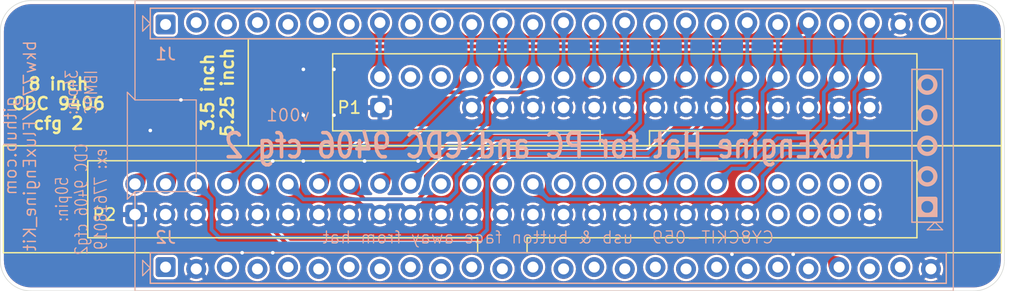
<source format=kicad_pcb>
(kicad_pcb (version 20240108) (generator "pcbnew") (generator_version "8.0")
  (title_block (title "FluxEngine_Hat for PC and CDC 9406 cfg 2") (date "2024-04-24") (rev "001") (company "Brian K. White - b.kenyon.w@gmail.com") (comment 1 "github.com/bkw777/FluxEngine_Kit"))
  (layers (0 "F.Cu" signal) (31 "B.Cu" signal) (34 "B.Paste" user) (35 "F.Paste" user) (36 "B.SilkS" user "B.Silkscreen") (37 "F.SilkS" user "F.Silkscreen") (38 "B.Mask" user) (39 "F.Mask" user) (44 "Edge.Cuts" user))
  (net 0 "")
  (net 1 "GND")
  (net 4 "/SIDE")
  (net 5 "/~{DSB}")
  (net 6 "/~{REDWC}")
  (net 7 "/~{TRK0}")
  (net 8 "/~{MOTB}")
  (net 9 "/~{WGATE}")
  (net 10 "/~{INDEX}")
  (net 11 "/~{WPROT}")
  (net 12 "/~{DSA}")
  (net 13 "/~{MOTA}")
  (net 14 "/~{STEP}")
  (net 15 "/DIR")
  (net 56 "/~{DSKCHG}")
  (net 60 "/~{WDATA}")
  (net 61 "/~{RDATA}")
  (net 63 "/~{TG43}")
  (footprint "000_LOCAL:IDC-Header_2x17_P2.54mm_Latch_Vertical - FDD" (layer "F.Cu") (at 133.985 93.345 90)
    (property "Reference" "P1" (at 0 -2.54 0) (layer "F.SilkS"))
    (property "Value" "FDD_IBMPC_host")
    (fp_line (start 5.715 -10.922) (end 5.715 51.562) (stroke (width 0.12)) (layer "F.SilkS"))
    (fp_line (start -3.175 -10.922) (end 5.715 -10.922) (stroke (width 0.12)) (layer "F.SilkS"))
    (fp_line (start 4.47 -3.92) (end 4.47 44.56) (stroke (width 0.12)) (layer "F.SilkS"))
    (fp_line (start -1.93 -3.92) (end 4.47 -3.92) (stroke (width 0.12)) (layer "F.SilkS"))
    (fp_line (start -1.93 18.27) (end -1.93 -3.92) (stroke (width 0.12)) (layer "F.SilkS"))
    (fp_line (start -3.175 18.27) (end -1.93 18.27) (stroke (width 0.12)) (layer "F.SilkS"))
    (fp_line (start -1.93 22.37) (end -1.93 22.37) (stroke (width 0.12)) (layer "F.SilkS"))
    (fp_line (start -1.93 22.37) (end -3.175 22.37) (stroke (width 0.12)) (layer "F.SilkS"))
    (fp_line (start 4.47 44.56) (end -1.93 44.56) (stroke (width 0.12)) (layer "F.SilkS"))
    (fp_line (start -1.93 44.56) (end -1.93 22.37) (stroke (width 0.12)) (layer "F.SilkS"))
    (fp_line (start 5.715 51.562) (end -3.175 51.562) (stroke (width 0.12)) (layer "F.SilkS"))
    (fp_line (start -3.175 51.562) (end -3.175 -10.922) (stroke (width 0.12)) (layer "F.SilkS"))
    (pad "1" thru_hole roundrect (at 0 0 90) (size 1.6 1.6) (drill 0.95) (layers "*.Cu" "*.Mask") (roundrect_rratio 0.15625) (net 1 "GND"))
    (pad "2" thru_hole circle (at 2.54 0 90) (size 1.6 1.6) (drill 0.95) (layers "*.Cu" "*.Mask") (net 6 "/~{REDWC}"))
    (pad "4" thru_hole circle (at 2.54 2.54 90) (size 1.6 1.6) (drill 0.95) (layers "*.Cu" "*.Mask"))
    (pad "6" thru_hole circle (at 2.54 5.08 90) (size 1.6 1.6) (drill 0.95) (layers "*.Cu" "*.Mask"))
    (pad "7" thru_hole circle (at 0 7.62 90) (size 1.6 1.6) (drill 0.95) (layers "*.Cu" "*.Mask") (net 1 "GND"))
    (pad "8" thru_hole circle (at 2.54 7.62 90) (size 1.6 1.6) (drill 0.95) (layers "*.Cu" "*.Mask") (net 10 "/~{INDEX}"))
    (pad "9" thru_hole circle (at 0 10.16 90) (size 1.6 1.6) (drill 0.95) (layers "*.Cu" "*.Mask") (net 1 "GND"))
    (pad "10" thru_hole circle (at 2.54 10.16 90) (size 1.6 1.6) (drill 0.95) (layers "*.Cu" "*.Mask") (net 8 "/~{MOTB}"))
    (pad "11" thru_hole circle (at 0 12.7 90) (size 1.6 1.6) (drill 0.95) (layers "*.Cu" "*.Mask") (net 1 "GND"))
    (pad "12" thru_hole circle (at 2.54 12.7 90) (size 1.6 1.6) (drill 0.95) (layers "*.Cu" "*.Mask") (net 12 "/~{DSA}"))
    (pad "13" thru_hole circle (at 0 15.24 90) (size 1.6 1.6) (drill 0.95) (layers "*.Cu" "*.Mask") (net 1 "GND"))
    (pad "14" thru_hole circle (at 2.54 15.24 90) (size 1.6 1.6) (drill 0.95) (layers "*.Cu" "*.Mask") (net 5 "/~{DSB}"))
    (pad "15" thru_hole circle (at 0 17.78 90) (size 1.6 1.6) (drill 0.95) (layers "*.Cu" "*.Mask") (net 1 "GND"))
    (pad "16" thru_hole circle (at 2.54 17.78 90) (size 1.6 1.6) (drill 0.95) (layers "*.Cu" "*.Mask") (net 13 "/~{MOTA}"))
    (pad "17" thru_hole circle (at 0 20.32 90) (size 1.6 1.6) (drill 0.95) (layers "*.Cu" "*.Mask") (net 1 "GND"))
    (pad "18" thru_hole circle (at 2.54 20.32 90) (size 1.6 1.6) (drill 0.95) (layers "*.Cu" "*.Mask") (net 15 "/DIR"))
    (pad "19" thru_hole circle (at 0 22.86 90) (size 1.6 1.6) (drill 0.95) (layers "*.Cu" "*.Mask") (net 1 "GND"))
    (pad "20" thru_hole circle (at 2.54 22.86 90) (size 1.6 1.6) (drill 0.95) (layers "*.Cu" "*.Mask") (net 14 "/~{STEP}"))
    (pad "21" thru_hole circle (at 0 25.4 90) (size 1.6 1.6) (drill 0.95) (layers "*.Cu" "*.Mask") (net 1 "GND"))
    (pad "22" thru_hole circle (at 2.54 25.4 90) (size 1.6 1.6) (drill 0.95) (layers "*.Cu" "*.Mask") (net 60 "/~{WDATA}"))
    (pad "23" thru_hole circle (at 0 27.94 90) (size 1.6 1.6) (drill 0.95) (layers "*.Cu" "*.Mask") (net 1 "GND"))
    (pad "24" thru_hole circle (at 2.54 27.94 90) (size 1.6 1.6) (drill 0.95) (layers "*.Cu" "*.Mask") (net 9 "/~{WGATE}"))
    (pad "25" thru_hole circle (at 0 30.48 90) (size 1.6 1.6) (drill 0.95) (layers "*.Cu" "*.Mask") (net 1 "GND"))
    (pad "26" thru_hole circle (at 2.54 30.48 90) (size 1.6 1.6) (drill 0.95) (layers "*.Cu" "*.Mask") (net 7 "/~{TRK0}"))
    (pad "27" thru_hole circle (at 0 33.02 90) (size 1.6 1.6) (drill 0.95) (layers "*.Cu" "*.Mask") (net 1 "GND"))
    (pad "28" thru_hole circle (at 2.54 33.02 90) (size 1.6 1.6) (drill 0.95) (layers "*.Cu" "*.Mask") (net 11 "/~{WPROT}"))
    (pad "29" thru_hole circle (at 0 35.56 90) (size 1.6 1.6) (drill 0.95) (layers "*.Cu" "*.Mask") (net 1 "GND"))
    (pad "30" thru_hole circle (at 2.54 35.56 90) (size 1.6 1.6) (drill 0.95) (layers "*.Cu" "*.Mask") (net 61 "/~{RDATA}"))
    (pad "31" thru_hole circle (at 0 38.1 90) (size 1.6 1.6) (drill 0.95) (layers "*.Cu" "*.Mask") (net 1 "GND"))
    (pad "32" thru_hole circle (at 2.54 38.1 90) (size 1.6 1.6) (drill 0.95) (layers "*.Cu" "*.Mask") (net 4 "/SIDE"))
    (pad "33" thru_hole circle (at 0 40.64 90) (size 1.6 1.6) (drill 0.95) (layers "*.Cu" "*.Mask") (net 1 "GND"))
    (pad "34" thru_hole circle (at 2.54 40.64 90) (size 1.6 1.6) (drill 0.95) (layers "*.Cu" "*.Mask") (net 56 "/~{DSKCHG}"))
  )
  (footprint "000_LOCAL:IDC-Header_2x25_P2.54mm_Latch_Vertical" (layer "F.Cu") (at 113.665001 102.235001 90)
    (property "Reference" "P2" (at 0 -2.54 0) (layer "F.SilkS"))
    (property "Value" "CDC_9406_type_2")
    (fp_line (start 5.715 -10.922) (end 5.715 71.882) (stroke (width 0.12)) (layer "F.SilkS"))
    (fp_line (start -3.175 -10.922) (end 5.715 -10.922) (stroke (width 0.12)) (layer "F.SilkS"))
    (fp_line (start 4.47 -3.92) (end 4.47 64.88) (stroke (width 0.12)) (layer "F.SilkS"))
    (fp_line (start -1.930001 -3.92) (end 4.47 -3.92) (stroke (width 0.12)) (layer "F.SilkS"))
    (fp_line (start -1.93 28.43) (end -1.930001 -3.92) (stroke (width 0.12)) (layer "F.SilkS"))
    (fp_line (start -3.175 28.43) (end -1.93 28.43) (stroke (width 0.12)) (layer "F.SilkS"))
    (fp_line (start -1.93 32.530001) (end -1.93 32.530001) (stroke (width 0.12)) (layer "F.SilkS"))
    (fp_line (start -1.93 32.530001) (end -3.175 32.530001) (stroke (width 0.12)) (layer "F.SilkS"))
    (fp_line (start 4.47 64.88) (end -1.93 64.88) (stroke (width 0.12)) (layer "F.SilkS"))
    (fp_line (start -1.93 64.88) (end -1.93 32.530001) (stroke (width 0.12)) (layer "F.SilkS"))
    (fp_line (start 5.715 71.882) (end -3.175 71.882001) (stroke (width 0.12)) (layer "F.SilkS"))
    (fp_line (start -3.175 71.882001) (end -3.175 -10.922) (stroke (width 0.12)) (layer "F.SilkS"))
    (pad "1" thru_hole roundrect (at 0 0 90) (size 1.6 1.6) (drill 0.95) (layers "*.Cu" "*.Mask") (roundrect_rratio 0.15625) (net 1 "GND"))
    (pad "2" thru_hole circle (at 2.54 0 90) (size 1.6 1.6) (drill 0.95) (layers "*.Cu" "*.Mask") (net 61 "/~{RDATA}"))
    (pad "3" thru_hole circle (at 0 2.54 90) (size 1.6 1.6) (drill 0.95) (layers "*.Cu" "*.Mask") (net 1 "GND"))
    (pad "4" thru_hole circle (at 2.54 2.54 90) (size 1.6 1.6) (drill 0.95) (layers "*.Cu" "*.Mask") (net 13 "/~{MOTA}"))
    (pad "5" thru_hole circle (at 0 5.079999 90) (size 1.6 1.6) (drill 0.95) (layers "*.Cu" "*.Mask") (net 1 "GND"))
    (pad "6" thru_hole circle (at 2.54 5.08 90) (size 1.6 1.6) (drill 0.95) (layers "*.Cu" "*.Mask") (net 7 "/~{TRK0}"))
    (pad "7" thru_hole circle (at 0 7.62 90) (size 1.6 1.6) (drill 0.95) (layers "*.Cu" "*.Mask") (net 1 "GND"))
    (pad "8" thru_hole circle (at 2.54 7.62 90) (size 1.6 1.6) (drill 0.95) (layers "*.Cu" "*.Mask") (net 10 "/~{INDEX}"))
    (pad "9" thru_hole circle (at 0 10.16 90) (size 1.6 1.6) (drill 0.95) (layers "*.Cu" "*.Mask") (net 1 "GND"))
    (pad "10" thru_hole circle (at 2.54 10.16 90) (size 1.6 1.6) (drill 0.95) (layers "*.Cu" "*.Mask") (net 63 "/~{TG43}"))
    (pad "11" thru_hole circle (at 0 12.7 90) (size 1.6 1.6) (drill 0.95) (layers "*.Cu" "*.Mask") (net 1 "GND"))
    (pad "12" thru_hole circle (at 2.54 12.7 90) (size 1.6 1.6) (drill 0.95) (layers "*.Cu" "*.Mask") (net 14 "/~{STEP}"))
    (pad "13" thru_hole circle (at 0 15.24 90) (size 1.6 1.6) (drill 0.95) (layers "*.Cu" "*.Mask") (net 1 "GND"))
    (pad "14" thru_hole circle (at 2.54 15.24 90) (size 1.6 1.6) (drill 0.95) (layers "*.Cu" "*.Mask") (net 15 "/DIR"))
    (pad "15" thru_hole circle (at 0 17.780001 90) (size 1.6 1.6) (drill 0.95) (layers "*.Cu" "*.Mask") (net 1 "GND"))
    (pad "16" thru_hole circle (at 2.54 17.78 90) (size 1.6 1.6) (drill 0.95) (layers "*.Cu" "*.Mask") (net 9 "/~{WGATE}"))
    (pad "17" thru_hole circle (at 0 20.32 90) (size 1.6 1.6) (drill 0.95) (layers "*.Cu" "*.Mask") (net 1 "GND"))
    (pad "18" thru_hole circle (at 2.54 20.32 90) (size 1.6 1.6) (drill 0.95) (layers "*.Cu" "*.Mask") (net 60 "/~{WDATA}"))
    (pad "19" thru_hole circle (at 0 22.86 90) (size 1.6 1.6) (drill 0.95) (layers "*.Cu" "*.Mask") (net 1 "GND"))
    (pad "20" thru_hole circle (at 2.54 22.86 90) (size 1.6 1.6) (drill 0.95) (layers "*.Cu" "*.Mask") (net 12 "/~{DSA}"))
    (pad "21" thru_hole circle (at 0 25.4 90) (size 1.6 1.6) (drill 0.95) (layers "*.Cu" "*.Mask") (net 1 "GND"))
    (pad "22" thru_hole circle (at 2.54 25.4 90) (size 1.6 1.6) (drill 0.95) (layers "*.Cu" "*.Mask"))
    (pad "23" thru_hole circle (at 0 27.939999 90) (size 1.6 1.6) (drill 0.95) (layers "*.Cu" "*.Mask") (net 1 "GND"))
    (pad "24" thru_hole circle (at 2.54 27.94 90) (size 1.6 1.6) (drill 0.95) (layers "*.Cu" "*.Mask"))
    (pad "25" thru_hole circle (at 0 30.48 90) (size 1.6 1.6) (drill 0.95) (layers "*.Cu" "*.Mask") (net 1 "GND"))
    (pad "26" thru_hole circle (at 2.54 30.48 90) (size 1.6 1.6) (drill 0.95) (layers "*.Cu" "*.Mask"))
    (pad "27" thru_hole circle (at 0 33.02 90) (size 1.6 1.6) (drill 0.95) (layers "*.Cu" "*.Mask") (net 1 "GND"))
    (pad "28" thru_hole circle (at 2.54 33.02 90) (size 1.6 1.6) (drill 0.95) (layers "*.Cu" "*.Mask") (net 56 "/~{DSKCHG}"))
    (pad "29" thru_hole circle (at 0 35.56 90) (size 1.6 1.6) (drill 0.95) (layers "*.Cu" "*.Mask") (net 1 "GND"))
    (pad "30" thru_hole circle (at 2.54 35.56 90) (size 1.6 1.6) (drill 0.95) (layers "*.Cu" "*.Mask"))
    (pad "31" thru_hole circle (at 0 38.099999 90) (size 1.6 1.6) (drill 0.95) (layers "*.Cu" "*.Mask") (net 1 "GND"))
    (pad "32" thru_hole circle (at 2.54 38.1 90) (size 1.6 1.6) (drill 0.95) (layers "*.Cu" "*.Mask"))
    (pad "33" thru_hole circle (at 0 40.640001 90) (size 1.6 1.6) (drill 0.95) (layers "*.Cu" "*.Mask") (net 1 "GND"))
    (pad "34" thru_hole circle (at 2.54 40.64 90) (size 1.6 1.6) (drill 0.95) (layers "*.Cu" "*.Mask"))
    (pad "35" thru_hole circle (at 0 43.18 90) (size 1.6 1.6) (drill 0.95) (layers "*.Cu" "*.Mask") (net 1 "GND"))
    (pad "36" thru_hole circle (at 2.54 43.18 90) (size 1.6 1.6) (drill 0.95) (layers "*.Cu" "*.Mask") (net 11 "/~{WPROT}"))
    (pad "37" thru_hole circle (at 0 45.72 90) (size 1.6 1.6) (drill 0.95) (layers "*.Cu" "*.Mask") (net 1 "GND"))
    (pad "38" thru_hole circle (at 2.54 45.72 90) (size 1.6 1.6) (drill 0.95) (layers "*.Cu" "*.Mask"))
    (pad "39" thru_hole circle (at 0 48.26 90) (size 1.6 1.6) (drill 0.95) (layers "*.Cu" "*.Mask") (net 1 "GND"))
    (pad "40" thru_hole circle (at 2.54 48.26 90) (size 1.6 1.6) (drill 0.95) (layers "*.Cu" "*.Mask") (net 4 "/SIDE"))
    (pad "41" thru_hole circle (at 0 50.799999 90) (size 1.6 1.6) (drill 0.95) (layers "*.Cu" "*.Mask") (net 1 "GND"))
    (pad "42" thru_hole circle (at 2.54 50.8 90) (size 1.6 1.6) (drill 0.95) (layers "*.Cu" "*.Mask"))
    (pad "43" thru_hole circle (at 0 53.34 90) (size 1.6 1.6) (drill 0.95) (layers "*.Cu" "*.Mask"))
    (pad "44" thru_hole circle (at 2.54 53.34 90) (size 1.6 1.6) (drill 0.95) (layers "*.Cu" "*.Mask"))
    (pad "45" thru_hole circle (at 0 55.88 90) (size 1.6 1.6) (drill 0.95) (layers "*.Cu" "*.Mask"))
    (pad "46" thru_hole circle (at 2.54 55.88 90) (size 1.6 1.6) (drill 0.95) (layers "*.Cu" "*.Mask"))
    (pad "47" thru_hole circle (at 0 58.42 90) (size 1.6 1.6) (drill 0.95) (layers "*.Cu" "*.Mask"))
    (pad "48" thru_hole circle (at 2.54 58.42 90) (size 1.6 1.6) (drill 0.95) (layers "*.Cu" "*.Mask"))
    (pad "49" thru_hole circle (at 0 60.959999 90) (size 1.6 1.6) (drill 0.95) (layers "*.Cu" "*.Mask") (net 1 "GND"))
    (pad "50" thru_hole circle (at 2.54 60.96 90) (size 1.6 1.6) (drill 0.95) (layers "*.Cu" "*.Mask"))
  )
  (footprint "000_LOCAL:CY8CKIT-059 dry fit" (layer "B.Cu") (at 116.205001 86.359999 -90)
    (property "Reference" "J1" (hide yes))
    (property "Value" "CY8CKIT-059")
    (fp_line (start 14.605 3.175) (end 5.715 3.175) (stroke (width 0.1)) (layer "B.SilkS"))
    (fp_line (start 6.35 2.54) (end 5.715 3.175) (stroke (width 0.1)) (layer "B.SilkS"))
    (fp_line (start 6.35 2.54) (end -1.905 2.54) (stroke (width 0.1)) (layer "B.SilkS"))
    (fp_line (start 6.35 2.54) (end 6.35 -2.54) (stroke (width 0.1)) (layer "B.SilkS"))
    (fp_line (start 13.97 2.54) (end 14.605 3.175) (stroke (width 0.1)) (layer "B.SilkS"))
    (fp_line (start 22.225 2.54) (end 13.97 2.54) (stroke (width 0.1)) (layer "B.SilkS"))
    (fp_line (start 22.225 2.54) (end 22.225 -65.3542) (stroke (width 0.1)) (layer "B.SilkS"))
    (fp_line (start -0.635 1.905) (end 0 1.27) (stroke (width 0.1)) (layer "B.SilkS"))
    (fp_line (start 0.635 1.905) (end -0.635 1.905) (stroke (width 0.1)) (layer "B.SilkS"))
    (fp_line (start 19.685 1.905) (end 20.32 1.27) (stroke (width 0.1)) (layer "B.SilkS"))
    (fp_line (start 20.955 1.905) (end 19.685 1.905) (stroke (width 0.1)) (layer "B.SilkS"))
    (fp_line (start 0 1.27) (end 0.635 1.905) (stroke (width 0.1)) (layer "B.SilkS"))
    (fp_line (start 1.27 1.27) (end -1.27 1.27) (stroke (width 0.12)) (layer "B.SilkS"))
    (fp_line (start 20.32 1.27) (end 20.955 1.905) (stroke (width 0.1)) (layer "B.SilkS"))
    (fp_line (start 21.59 1.27) (end 19.05 1.27) (stroke (width 0.12)) (layer "B.SilkS"))
    (fp_line (start 6.35 -2.54) (end 13.97 -2.54) (stroke (width 0.1)) (layer "B.SilkS"))
    (fp_line (start 13.97 -2.54) (end 13.97 2.54) (stroke (width 0.1)) (layer "B.SilkS"))
    (fp_line (start 3.809998 -61.9252) (end 16.509999 -61.925199) (stroke (width 0.12)) (layer "B.SilkS"))
    (fp_line (start 17.145 -63.1952) (end 16.51 -63.8302) (stroke (width 0.1)) (layer "B.SilkS"))
    (fp_line (start 16.51 -63.8302) (end 17.145 -64.4652) (stroke (width 0.1)) (layer "B.SilkS"))
    (fp_line (start 3.809998 -64.4652) (end 3.809998 -61.9252) (stroke (width 0.12)) (layer "B.SilkS"))
    (fp_line (start 3.809998 -64.4652) (end 16.509999 -64.465201) (stroke (width 0.12)) (layer "B.SilkS"))
    (fp_line (start 17.145 -64.4652) (end 17.145 -63.1952) (stroke (width 0.1)) (layer "B.SilkS"))
    (fp_line (start 16.509999 -64.465201) (end 16.509999 -61.925199) (stroke (width 0.12)) (layer "B.SilkS"))
    (fp_line (start -1.27 -64.77) (end -1.27 1.27) (stroke (width 0.12)) (layer "B.SilkS"))
    (fp_line (start 1.27 -64.77) (end 1.27 1.27) (stroke (width 0.12)) (layer "B.SilkS"))
    (fp_line (start 1.27 -64.77) (end -1.27 -64.77) (stroke (width 0.12)) (layer "B.SilkS"))
    (fp_line (start 19.05 -64.77) (end 19.05 1.27) (stroke (width 0.12)) (layer "B.SilkS"))
    (fp_line (start 21.59 -64.77) (end 21.59 1.27) (stroke (width 0.12)) (layer "B.SilkS"))
    (fp_line (start 21.59 -64.77) (end 19.05 -64.77) (stroke (width 0.12)) (layer "B.SilkS"))
    (fp_line (start -1.905 -65.3542) (end -1.905 2.54) (stroke (width 0.1)) (layer "B.SilkS"))
    (fp_line (start 22.225 -65.3542) (end -1.905 -65.3542) (stroke (width 0.1)) (layer "B.SilkS"))
    (fp_rect (start 15.9131 -63.8683) (end 14.5669 -62.5221) (stroke (width 0.35052)) (fill none) (layer "B.SilkS"))
    (fp_circle (center 5.08 -63.1952) (end 5.7531 -63.1952) (stroke (width 0.35052)) (fill none) (layer "B.SilkS"))
    (fp_circle (center 7.62 -63.1952) (end 8.2931 -63.1952) (stroke (width 0.35052)) (fill none) (layer "B.SilkS"))
    (fp_circle (center 10.16 -63.1952) (end 10.8331 -63.1952) (stroke (width 0.35052)) (fill none) (layer "B.SilkS"))
    (fp_circle (center 12.7 -63.1952) (end 13.3731 -63.1952) (stroke (width 0.35052)) (fill none) (layer "B.SilkS"))
    (fp_circle (center 15.24 -63.1952) (end 15.9131 -63.1952) (stroke (width 0.35052)) (fill none) (layer "B.SilkS"))
    (fp_text user "J2" (at 17.78 0 0) (layer "B.SilkS") (effects (justify mirror)))
    (fp_text user "J1" (at 2.54 0 0) (layer "B.SilkS") (effects (justify mirror)))
    (pad "J1_1" thru_hole roundrect (at 0.0762 0 270) (size 1.651 1.651) (drill 0.9144) (layers "*.Cu" "*.Mask") (roundrect_rratio 0.1514233798))
    (pad "J1_2" thru_hole circle (at -0.0762 -2.54 270) (size 1.651 1.651) (drill 0.9144) (layers "*.Cu" "*.Mask"))
    (pad "J1_3" thru_hole circle (at 0.0762 -5.08 270) (size 1.651 1.651) (drill 0.9144) (layers "*.Cu" "*.Mask"))
    (pad "J1_4" thru_hole circle (at -0.0762 -7.62 270) (size 1.651 1.651) (drill 0.9144) (layers "*.Cu" "*.Mask"))
    (pad "J1_5" thru_hole circle (at 0.0762 -10.16 270) (size 1.651 1.651) (drill 0.9144) (layers "*.Cu" "*.Mask"))
    (pad "J1_6" thru_hole circle (at -0.0762 -12.7 270) (size 1.651 1.651) (drill 0.9144) (layers "*.Cu" "*.Mask"))
    (pad "J1_7" thru_hole circle (at 0.0762 -15.24 270) (size 1.651 1.651) (drill 0.9144) (layers "*.Cu" "*.Mask"))
    (pad "J1_8" thru_hole circle (at -0.0762 -17.78 270) (size 1.651 1.651) (drill 0.9144) (layers "*.Cu" "*.Mask") (net 6 "/~{REDWC}"))
    (pad "J1_9" thru_hole circle (at 0.0762 -20.32 270) (size 1.651 1.651) (drill 0.9144) (layers "*.Cu" "*.Mask"))
    (pad "J1_10" thru_hole circle (at -0.0762 -22.86 270) (size 1.651 1.651) (drill 0.9144) (layers "*.Cu" "*.Mask"))
    (pad "J1_11" thru_hole circle (at 0.0762 -25.4 270) (size 1.651 1.651) (drill 0.9144) (layers "*.Cu" "*.Mask") (net 10 "/~{INDEX}"))
    (pad "J1_12" thru_hole circle (at -0.0762 -27.94 270) (size 1.651 1.651) (drill 0.9144) (layers "*.Cu" "*.Mask") (net 8 "/~{MOTB}"))
    (pad "J1_13" thru_hole circle (at 0.0762 -30.48 270) (size 1.651 1.651) (drill 0.9144) (layers "*.Cu" "*.Mask") (net 12 "/~{DSA}"))
    (pad "J1_14" thru_hole circle (at -0.0762 -33.02 270) (size 1.651 1.651) (drill 0.9144) (layers "*.Cu" "*.Mask") (net 5 "/~{DSB}"))
    (pad "J1_15" thru_hole circle (at 0.0762 -35.56 270) (size 1.651 1.651) (drill 0.9144) (layers "*.Cu" "*.Mask") (net 13 "/~{MOTA}"))
    (pad "J1_16" thru_hole circle (at -0.0762 -38.1 270) (size 1.651 1.651) (drill 0.9144) (layers "*.Cu" "*.Mask") (net 15 "/DIR"))
    (pad "J1_17" thru_hole circle (at 0.0762 -40.64 270) (size 1.651 1.651) (drill 0.9144) (layers "*.Cu" "*.Mask") (net 14 "/~{STEP}"))
    (pad "J1_18" thru_hole circle (at -0.0762 -43.18 270) (size 1.651 1.651) (drill 0.9144) (layers "*.Cu" "*.Mask") (net 60 "/~{WDATA}"))
    (pad "J1_19" thru_hole circle (at 0.0762 -45.72 270) (size 1.651 1.651) (drill 0.9144) (layers "*.Cu" "*.Mask") (net 9 "/~{WGATE}"))
    (pad "J1_20" thru_hole circle (at -0.0762 -48.26 270) (size 1.651 1.651) (drill 0.9144) (layers "*.Cu" "*.Mask") (net 7 "/~{TRK0}"))
    (pad "J1_21" thru_hole circle (at 0.0762 -50.8 270) (size 1.651 1.651) (drill 0.9144) (layers "*.Cu" "*.Mask") (net 11 "/~{WPROT}"))
    (pad "J1_22" thru_hole circle (at -0.0762 -53.34 270) (size 1.651 1.651) (drill 0.9144) (layers "*.Cu" "*.Mask") (net 61 "/~{RDATA}"))
    (pad "J1_23" thru_hole circle (at 0.0762 -55.88 270) (size 1.651 1.651) (drill 0.9144) (layers "*.Cu" "*.Mask") (net 4 "/SIDE"))
    (pad "J1_24" thru_hole circle (at -0.0762 -58.42 270) (size 1.651 1.651) (drill 0.9144) (layers "*.Cu" "*.Mask") (net 56 "/~{DSKCHG}"))
    (pad "J1_25" thru_hole circle (at 0.0762 -60.96 270) (size 1.651 1.651) (drill 0.9144) (layers "*.Cu" "*.Mask") (net 1 "GND"))
    (pad "J1_26" thru_hole circle (at -0.0762 -63.5 270) (size 1.651 1.651) (drill 0.9144) (layers "*.Cu" "*.Mask"))
    (pad "J2_1" thru_hole roundrect (at 20.2438 0 270) (size 1.651 1.651) (drill 0.9144) (layers "*.Cu" "*.Mask") (roundrect_rratio 0.1514233798))
    (pad "J2_2" thru_hole circle (at 20.3962 -2.54 270) (size 1.651 1.651) (drill 0.9144) (layers "*.Cu" "*.Mask") (net 1 "GND"))
    (pad "J2_3" thru_hole circle (at 20.2438 -5.08 270) (size 1.651 1.651) (drill 0.9144) (layers "*.Cu" "*.Mask"))
    (pad "J2_4" thru_hole circle (at 20.3962 -7.62 270) (size 1.651 1.651) (drill 0.9144) (layers "*.Cu" "*.Mask"))
    (pad "J2_5" thru_hole circle (at 20.2438 -10.16 270) (size 1.651 1.651) (drill 0.9144) (layers "*.Cu" "*.Mask"))
    (pad "J2_6" thru_hole circle (at 20.3962 -12.7 270) (size 1.651 1.651) (drill 0.9144) (layers "*.Cu" "*.Mask"))
    (pad "J2_7" thru_hole circle (at 20.2438 -15.24 270) (size 1.651 1.651) (drill 0.9144) (layers "*.Cu" "*.Mask"))
    (pad "J2_8" thru_hole circle (at 20.3962 -17.78 270) (size 1.651 1.651) (drill 0.9144) (layers "*.Cu" "*.Mask"))
    (pad "J2_9" thru_hole circle (at 20.2438 -20.32 270) (size 1.651 1.651) (drill 0.9144) (layers "*.Cu" "*.Mask"))
    (pad "J2_10" thru_hole circle (at 20.3962 -22.86 270) (size 1.651 1.651) (drill 0.9144) (layers "*.Cu" "*.Mask"))
    (pad "J2_11" thru_hole circle (at 20.2438 -25.4 270) (size 1.651 1.651) (drill 0.9144) (layers "*.Cu" "*.Mask"))
    (pad "J2_12" thru_hole circle (at 20.3962 -27.94 270) (size 1.651 1.651) (drill 0.9144) (layers "*.Cu" "*.Mask"))
    (pad "J2_13" thru_hole circle (at 20.2438 -30.48 270) (size 1.651 1.651) (drill 0.9144) (layers "*.Cu" "*.Mask"))
    (pad "J2_14" thru_hole circle (at 20.3962 -33.02 270) (size 1.651 1.651) (drill 0.9144) (layers "*.Cu" "*.Mask"))
    (pad "J2_15" thru_hole circle (at 20.2438 -35.56 270) (size 1.651 1.651) (drill 0.9144) (layers "*.Cu" "*.Mask"))
    (pad "J2_16" thru_hole circle (at 20.3962 -38.1 270) (size 1.651 1.651) (drill 0.9144) (layers "*.Cu" "*.Mask"))
    (pad "J2_17" thru_hole circle (at 20.2438 -40.64 270) (size 1.651 1.651) (drill 0.9144) (layers "*.Cu" "*.Mask"))
    (pad "J2_18" thru_hole circle (at 20.3962 -43.18 270) (size 1.651 1.651) (drill 0.9144) (layers "*.Cu" "*.Mask"))
    (pad "J2_19" thru_hole circle (at 20.2438 -45.72 270) (size 1.651 1.651) (drill 0.9144) (layers "*.Cu" "*.Mask"))
    (pad "J2_20" thru_hole circle (at 20.3962 -48.26 270) (size 1.651 1.651) (drill 0.9144) (layers "*.Cu" "*.Mask"))
    (pad "J2_21" thru_hole circle (at 20.2438 -50.8 270) (size 1.651 1.651) (drill 0.9144) (layers "*.Cu" "*.Mask"))
    (pad "J2_22" thru_hole circle (at 20.3962 -53.34 270) (size 1.651 1.651) (drill 0.9144) (layers "*.Cu" "*.Mask"))
    (pad "J2_23" thru_hole circle (at 20.2438 -55.88 270) (size 1.651 1.651) (drill 0.9144) (layers "*.Cu" "*.Mask") (net 63 "/~{TG43}"))
    (pad "J2_24" thru_hole circle (at 20.3962 -58.42 270) (size 1.651 1.651) (drill 0.9144) (layers "*.Cu" "*.Mask"))
    (pad "J2_25" thru_hole circle (at 20.2438 -60.96 270) (size 1.651 1.651) (drill 0.9144) (layers "*.Cu" "*.Mask"))
    (pad "J2_26" thru_hole circle (at 20.3962 -63.5 270) (size 1.651 1.651) (drill 0.9144) (layers "*.Cu" "*.Mask") (net 1 "GND"))
  )
  (gr_arc (start 183.261 84.455001) (mid 185.057051 85.198949) (end 185.801 86.995) (stroke (width 0.05)) (layer "Edge.Cuts"))
  (gr_arc (start 102.489 86.995) (mid 103.232949 85.198948) (end 105.029001 84.454999) (stroke (width 0.05)) (layer "Edge.Cuts"))
  (gr_arc (start 185.801 106.045) (mid 185.057051 107.841051) (end 183.261 108.585) (stroke (width 0.05)) (layer "Edge.Cuts"))
  (gr_line (start 102.489 86.995) (end 102.489 106.045) (stroke (width 0.05)) (layer "Edge.Cuts"))
  (gr_line (start 183.261 84.455001) (end 105.029001 84.454999) (stroke (width 0.05)) (layer "Edge.Cuts"))
  (gr_line (start 185.801 106.045) (end 185.801 86.995) (stroke (width 0.05)) (layer "Edge.Cuts"))
  (gr_line (start 105.029 108.584999) (end 183.261 108.585) (stroke (width 0.05)) (layer "Edge.Cuts"))
  (gr_arc (start 105.029 108.584999) (mid 103.232949 107.841051) (end 102.489 106.045) (stroke (width 0.05)) (layer "Edge.Cuts"))
  (gr_text "${TITLE}" (at 147.955001 96.52 0) (layer "B.SilkS") (effects (font (size 2 1.6) (thickness 0.3)) (justify mirror)))
  (gr_text "50pin:\nCDC 9406 cfg2\nex: 77618019" (at 109.220001 100.964999 90) (layer "B.SilkS") (effects (font (size 1 0.8) (thickness 0.1)) (justify mirror)))
  (gr_text "github.com\nbkw777/FluxEngine_Kit" (at 104.140001 96.519999 90) (layer "B.SilkS") (effects (font (size 1 1) (thickness 0.12)) (justify mirror)))
  (gr_text "v${REVISION}" (at 126.365001 93.979999 0) (layer "B.SilkS") (effects (font (size 1 1) (thickness 0.12)) (justify mirror)))
  (gr_text "34pin:\nIBMPC" (at 109.220001 92.074999 90) (layer "B.SilkS") (effects (font (size 1 0.8) (thickness 0.1)) (justify mirror)))
  (gr_text "CY8CKIT-059  usb & button face away from hat" (at 147.955001 104.139999 0) (layer "B.SilkS") (effects (font (size 1 1) (thickness 0.1)) (justify mirror)))
  (gr_text "8 inch\nCDC 9406\ncfg 2" (at 107.315001 95.249999 0) (layer "F.SilkS") (effects (font (size 1.016 1.016) (thickness 0.2032) (bold yes)) (justify bottom)))
  (gr_text "3.5 inch\n5.25 inch" (at 121.920001 92.074999 90) (layer "F.SilkS") (effects (font (size 1.016 1.016) (thickness 0.2032) (bold yes)) (justify bottom)))
  (via (at 168.275001 105.536999) (size 0.6) (drill 0.3) (layers "F.Cu" "B.Cu") (net 1))
  (via (at 117.475001 92.709999) (size 0.6) (drill 0.3) (layers "F.Cu" "B.Cu") (net 1))
  (via (at 132.715001 97.789999) (size 0.6) (drill 0.3) (layers "F.Cu" "B.Cu") (net 1))
  (via (at 127.635001 97.789999) (size 0.6) (drill 0.3) (layers "F.Cu" "B.Cu") (net 1))
  (via (at 125.095001 97.789999) (size 0.6) (drill 0.3) (layers "F.Cu" "B.Cu") (net 1))
  (via (at 130.175001 93.979999) (size 0.6) (drill 0.3) (layers "F.Cu" "B.Cu") (net 1))
  (via (at 127.635001 93.979999) (size 0.6) (drill 0.3) (layers "F.Cu" "B.Cu") (net 1))
  (via (at 114.935001 95.249999) (size 0.6) (drill 0.3) (layers "F.Cu" "B.Cu") (net 1))
  (via (at 120.015001 90.169999) (size 0.6) (drill 0.3) (layers "F.Cu" "B.Cu") (net 1))
  (via (at 130.175001 90.169999) (size 0.6) (drill 0.3) (layers "F.Cu" "B.Cu") (net 1))
  (via (at 127.635001 90.169999) (size 0.6) (drill 0.3) (layers "F.Cu" "B.Cu") (net 1))
  (via (at 137.160001 97.789999) (size 0.6) (drill 0.3) (layers "F.Cu" "B.Cu") (net 1))
  (via (at 125.095001 105.409999) (size 0.6) (drill 0.3) (layers "F.Cu" "B.Cu") (net 1))
  (via (at 163.195001 105.536999) (size 0.6) (drill 0.3) (layers "F.Cu" "B.Cu") (net 1))
  (via (at 122.555001 105.409999) (size 0.6) (drill 0.3) (layers "F.Cu" "B.Cu") (net 1))
  (segment (start 169.545001 95.884999) (end 167.005001 95.884999) (width 0.3) (layer "B.Cu") (net 4))
  (segment (start 172.085 86.4362) (end 172.085001 86.436199) (width 0.3) (layer "B.Cu") (net 4))
  (segment (start 172.085 90.805) (end 172.085 86.4362) (width 0.3) (layer "B.Cu") (net 4))
  (segment (start 170.815001 92.074999) (end 170.815001 94.614999) (width 0.3) (layer "B.Cu") (net 4))
  (segment (start 170.815001 94.614999) (end 169.545001 95.884999) (width 0.3) (layer "B.Cu") (net 4))
  (segment (start 172.085 90.805) (end 170.815001 92.074999) (width 0.3) (layer "B.Cu") (net 4))
  (segment (start 167.005001 95.884999) (end 164.465001 98.424999) (width 0.3) (layer "B.Cu") (net 4))
  (segment (start 164.465001 98.424999) (end 163.195001 98.424999) (width 0.3) (layer "B.Cu") (net 4))
  (segment (start 163.195001 98.424999) (end 161.925001 99.695001) (width 0.3) (layer "B.Cu") (net 4))
  (segment (start 149.225 86.2838) (end 149.225001 86.283799) (width 0.3) (layer "B.Cu") (net 5))
  (segment (start 149.225 90.805) (end 149.225 86.2838) (width 0.3) (layer "B.Cu") (net 5))
  (segment (start 133.985 86.2838) (end 133.985001 86.283799) (width 0.3) (layer "B.Cu") (net 6))
  (segment (start 133.985 90.805) (end 133.985 86.2838) (width 0.3) (layer "B.Cu") (net 6))
  (segment (start 120.015001 103.504999) (end 120.015001 100.965001) (width 0.3) (layer "B.Cu") (net 7))
  (segment (start 142.240001 104.139999) (end 120.650001 104.139999) (width 0.3) (layer "B.Cu") (net 7))
  (segment (start 164.465 90.805) (end 164.465 86.2838) (width 0.3) (layer "B.Cu") (net 7))
  (segment (start 158.115001 95.249999) (end 156.210001 97.154999) (width 0.3) (layer "B.Cu") (net 7))
  (segment (start 163.195001 92.074999) (end 163.195001 94.614999) (width 0.3) (layer "B.Cu") (net 7))
  (segment (start 156.210001 97.154999) (end 144.780001 97.154999) (width 0.3) (layer "B.Cu") (net 7))
  (segment (start 162.560001 95.249999) (end 158.115001 95.249999) (width 0.3) (layer "B.Cu") (net 7))
  (segment (start 163.195001 94.614999) (end 162.560001 95.249999) (width 0.3) (layer "B.Cu") (net 7))
  (segment (start 120.015001 100.965001) (end 118.745001 99.695001) (width 0.3) (layer "B.Cu") (net 7))
  (segment (start 120.650001 104.139999) (end 120.015001 103.504999) (width 0.3) (layer "B.Cu") (net 7))
  (segment (start 142.875001 99.059999) (end 142.875001 103.504999) (width 0.3) (layer "B.Cu") (net 7))
  (segment (start 164.465 90.805) (end 163.195001 92.074999) (width 0.3) (layer "B.Cu") (net 7))
  (segment (start 144.780001 97.154999) (end 142.875001 99.059999) (width 0.3) (layer "B.Cu") (net 7))
  (segment (start 164.465 86.2838) (end 164.465001 86.283799) (width 0.3) (layer "B.Cu") (net 7))
  (segment (start 142.875001 103.504999) (end 142.240001 104.139999) (width 0.3) (layer "B.Cu") (net 7))
  (segment (start 144.145 86.2838) (end 144.145001 86.283799) (width 0.3) (layer "B.Cu") (net 8))
  (segment (start 144.145 90.805) (end 144.145 86.2838) (width 0.3) (layer "B.Cu") (net 8))
  (segment (start 139.065001 97.789999) (end 157.480001 97.789999) (width 0.3) (layer "F.Cu") (net 9))
  (segment (start 137.160001 100.964999) (end 137.795001 100.329999) (width 0.3) (layer "F.Cu") (net 9))
  (segment (start 157.480001 97.789999) (end 160.655001 94.614999) (width 0.3) (layer "F.Cu") (net 9))
  (segment (start 131.445001 99.695001) (end 132.714999 100.964999) (width 0.3) (layer "F.Cu") (net 9))
  (segment (start 137.795001 100.329999) (end 137.795001 99.059999) (width 0.3) (layer "F.Cu") (net 9))
  (segment (start 160.655001 92.074999) (end 161.925 90.805) (width 0.3) (layer "F.Cu") (net 9))
  (segment (start 160.655001 94.614999) (end 160.655001 92.074999) (width 0.3) (layer "F.Cu") (net 9))
  (segment (start 137.795001 99.059999) (end 139.065001 97.789999) (width 0.3) (layer "F.Cu") (net 9))
  (segment (start 132.714999 100.964999) (end 137.160001 100.964999) (width 0.3) (layer "F.Cu") (net 9))
  (segment (start 161.925 90.805) (end 161.925 86.4362) (width 0.3) (layer "B.Cu") (net 9))
  (segment (start 161.925 86.4362) (end 161.925001 86.436199) (width 0.3) (layer "B.Cu") (net 9))
  (segment (start 124.460003 96.519999) (end 121.285001 99.695001) (width 0.3) (layer "B.Cu") (net 10))
  (segment (start 141.605 90.805) (end 135.890001 96.519999) (width 0.3) (layer "B.Cu") (net 10))
  (segment (start 141.605 90.805) (end 141.605 86.4362) (width 0.3) (layer "B.Cu") (net 10))
  (segment (start 141.605 86.4362) (end 141.605001 86.436199) (width 0.3) (layer "B.Cu") (net 10))
  (segment (start 135.890001 96.519999) (end 124.460003 96.519999) (width 0.3) (layer "B.Cu") (net 10))
  (segment (start 159.385003 97.154999) (end 156.845001 99.695001) (width 0.3) (layer "B.Cu") (net 11))
  (segment (start 163.830001 97.154999) (end 159.385003 97.154999) (width 0.3) (layer "B.Cu") (net 11))
  (segment (start 167.005 90.805) (end 165.735001 92.074999) (width 0.3) (layer "B.Cu") (net 11))
  (segment (start 167.005 90.805) (end 167.005 86.4362) (width 0.3) (layer "B.Cu") (net 11))
  (segment (start 167.005 86.4362) (end 167.005001 86.436199) (width 0.3) (layer "B.Cu") (net 11))
  (segment (start 165.735001 92.074999) (end 165.735001 95.249999) (width 0.3) (layer "B.Cu") (net 11))
  (segment (start 165.735001 95.249999) (end 163.830001 97.154999) (width 0.3) (layer "B.Cu") (net 11))
  (segment (start 145.415001 92.074999) (end 146.685 90.805) (width 0.3) (layer "B.Cu") (net 12))
  (segment (start 142.875001 92.709999) (end 143.510001 92.074999) (width 0.3) (layer "B.Cu") (net 12))
  (segment (start 140.970001 96.519999) (end 142.875001 94.614999) (width 0.3) (layer "B.Cu") (net 12))
  (segment (start 146.685 90.805) (end 146.685 86.4362) (width 0.3) (layer "B.Cu") (net 12))
  (segment (start 136.525001 99.695001) (end 139.700001 96.519999) (width 0.3) (layer "B.Cu") (net 12))
  (segment (start 143.510001 92.074999) (end 145.415001 92.074999) (width 0.3) (layer "B.Cu") (net 12))
  (segment (start 142.875001 94.614999) (end 142.875001 92.709999) (width 0.3) (layer "B.Cu") (net 12))
  (segment (start 146.685 86.4362) (end 146.685001 86.436199) (width 0.3) (layer "B.Cu") (net 12))
  (segment (start 139.700001 96.519999) (end 140.970001 96.519999) (width 0.3) (layer "B.Cu") (net 12))
  (segment (start 150.495001 92.074999) (end 151.765 90.805) (width 0.3) (layer "F.Cu") (net 13))
  (segment (start 116.205001 99.695001) (end 123.825003 92.074999) (width 0.3) (layer "F.Cu") (net 13))
  (segment (start 123.825003 92.074999) (end 150.495001 92.074999) (width 0.3) (layer "F.Cu") (net 13))
  (segment (start 151.765 90.805) (end 151.765 86.4362) (width 0.3) (layer "B.Cu") (net 13))
  (segment (start 151.765 86.4362) (end 151.765001 86.436199) (width 0.3) (layer "B.Cu") (net 13))
  (segment (start 154.305001 95.884999) (end 143.510001 95.884999) (width 0.3) (layer "B.Cu") (net 14))
  (segment (start 155.575001 92.074999) (end 155.575001 94.614999) (width 0.3) (layer "B.Cu") (net 14))
  (segment (start 155.575001 94.614999) (end 154.305001 95.884999) (width 0.3) (layer "B.Cu") (net 14))
  (segment (start 140.335001 99.059999) (end 140.335001 100.329999) (width 0.3) (layer "B.Cu") (net 14))
  (segment (start 156.845 90.805) (end 156.845 86.4362) (width 0.3) (layer "B.Cu") (net 14))
  (segment (start 156.845 86.4362) (end 156.845001 86.436199) (width 0.3) (layer "B.Cu") (net 14))
  (segment (start 140.335001 100.329999) (end 139.700001 100.964999) (width 0.3) (layer "B.Cu") (net 14))
  (segment (start 143.510001 95.884999) (end 140.335001 99.059999) (width 0.3) (layer "B.Cu") (net 14))
  (segment (start 127.634999 100.964999) (end 126.365001 99.695001) (width 0.3) (layer "B.Cu") (net 14))
  (segment (start 139.700001 100.964999) (end 127.634999 100.964999) (width 0.3) (layer "B.Cu") (net 14))
  (segment (start 156.845 90.805) (end 155.575001 92.074999) (width 0.3) (layer "B.Cu") (net 14))
  (segment (start 153.035001 94.614999) (end 153.035001 92.074999) (width 0.3) (layer "F.Cu") (net 15))
  (segment (start 133.350003 95.249999) (end 152.400001 95.249999) (width 0.3) (layer "F.Cu") (net 15))
  (segment (start 153.035001 92.074999) (end 154.305 90.805) (width 0.3) (layer "F.Cu") (net 15))
  (segment (start 152.400001 95.249999) (end 153.035001 94.614999) (width 0.3) (layer "F.Cu") (net 15))
  (segment (start 128.905001 99.695001) (end 133.350003 95.249999) (width 0.3) (layer "F.Cu") (net 15))
  (segment (start 154.305 90.805) (end 154.305 86.2838) (width 0.3) (layer "B.Cu") (net 15))
  (segment (start 154.305 86.2838) (end 154.305001 86.283799) (width 0.3) (layer "B.Cu") (net 15))
  (segment (start 174.625 90.805) (end 173.355001 92.074999) (width 0.3) (layer "B.Cu") (net 56))
  (segment (start 165.735001 99.059999) (end 165.735001 100.329999) (width 0.3) (layer "B.Cu") (net 56))
  (segment (start 167.640001 97.154999) (end 165.735001 99.059999) (width 0.3) (layer "B.Cu") (net 56))
  (segment (start 170.815001 97.154999) (end 167.640001 97.154999) (width 0.3) (layer "B.Cu") (net 56))
  (segment (start 165.735001 100.329999) (end 165.100001 100.964999) (width 0.3) (layer "B.Cu") (net 56))
  (segment (start 147.954999 100.964999) (end 146.685001 99.695001) (width 0.3) (layer "B.Cu") (net 56))
  (segment (start 173.355001 92.074999) (end 173.355001 94.614999) (width 0.3) (layer "B.Cu") (net 56))
  (segment (start 173.355001 94.614999) (end 170.815001 97.154999) (width 0.3) (layer "B.Cu") (net 56))
  (segment (start 165.100001 100.964999) (end 147.954999 100.964999) (width 0.3) (layer "B.Cu") (net 56))
  (segment (start 174.625 90.805) (end 174.625 86.2838) (width 0.3) (layer "B.Cu") (net 56))
  (segment (start 174.625 86.2838) (end 174.625001 86.283799) (width 0.3) (layer "B.Cu") (net 56))
  (segment (start 158.115001 94.614999) (end 158.115001 92.074999) (width 0.3) (layer "F.Cu") (net 60))
  (segment (start 158.115001 92.074999) (end 159.385 90.805) (width 0.3) (layer "F.Cu") (net 60))
  (segment (start 137.160003 96.519999) (end 156.210001 96.519999) (width 0.3) (layer "F.Cu") (net 60))
  (segment (start 133.985001 99.695001) (end 137.160003 96.519999) (width 0.3) (layer "F.Cu") (net 60))
  (segment (start 156.210001 96.519999) (end 158.115001 94.614999) (width 0.3) (layer "F.Cu") (net 60))
  (segment (start 159.385 90.805) (end 159.385 86.2838) (width 0.3) (layer "B.Cu") (net 60))
  (segment (start 159.385 86.2838) (end 159.385001 86.283799) (width 0.3) (layer "B.Cu") (net 60))
  (segment (start 167.563801 88.264999) (end 169.545001 86.283799) (width 0.3) (layer "F.Cu") (net 61))
  (segment (start 113.665001 99.695001) (end 125.095003 88.264999) (width 0.3) (layer "F.Cu") (net 61))
  (segment (start 125.095003 88.264999) (end 167.563801 88.264999) (width 0.3) (layer "F.Cu") (net 61))
  (segment (start 169.545 86.2838) (end 169.545001 86.283799) (width 0.3) (layer "B.Cu") (net 61))
  (segment (start 169.545 90.805) (end 169.545 86.2838) (width 0.3) (layer "B.Cu") (net 61))
  (segment (start 170.256201 104.774999) (end 126.365001 104.774999) (width 0.3) (layer "F.Cu") (net 63))
  (segment (start 125.095001 100.965001) (end 123.825001 99.695001) (width 0.3) (layer "F.Cu") (net 63))
  (segment (start 172.085001 106.603799) (end 170.256201 104.774999) (width 0.3) (layer "F.Cu") (net 63))
  (segment (start 126.365001 104.774999) (end 125.095001 103.504999) (width 0.3) (layer "F.Cu") (net 63))
  (segment (start 125.095001 103.504999) (end 125.095001 100.965001) (width 0.3) (layer "F.Cu") (net 63))
  (zone (net 1) (net_name "GND") (layers "F&B.Cu") (connect_pads (clearance 0.2)) (min_thickness 0.2) (fill yes (thermal_gap 0.2) (thermal_bridge_width 0.4) (smoothing fillet) (radius 0.1))
    (polygon (pts (xy 185.800999 84.454999) (xy 185.800999 108.585001) (xy 102.489 108.585001) (xy 102.489 84.454999)))
  )
)
</source>
